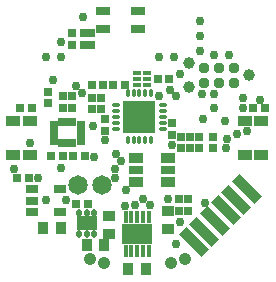
<source format=gts>
%FSTAX43Y43*%
%MOMM*%
%SFA1B1*%

%IPPOS*%
%AMD75*
4,1,4,0.637540,-1.262380,1.262380,-0.637540,-0.637540,1.262380,-1.262380,0.637540,0.637540,-1.262380,0.0*
%
%ADD41C,0.999998*%
%ADD63R,0.749999X0.649999*%
%ADD64R,0.649999X0.749999*%
%ADD65O,0.349999X0.799998*%
%ADD66O,0.799998X0.349999*%
%ADD67R,2.749995X2.749995*%
%ADD68R,1.049998X0.799998*%
%ADD69R,1.749997X1.149998*%
%ADD70O,0.449999X0.649999*%
%ADD71R,2.529995X1.799996*%
%ADD72R,0.449999X0.999998*%
%ADD73R,0.499999X0.749999*%
%ADD74R,0.749999X0.499999*%
G04~CAMADD=75~9~0.0~0.0~349.2~1059.1~0.0~0.0~0~0.0~0.0~0.0~0.0~0~0.0~0.0~0.0~0.0~0~0.0~0.0~0.0~225.0~994.0~993.0*
%ADD75D75*%
%ADD76C,1.649997*%
%ADD77C,0.949998*%
%ADD78R,1.149998X0.949998*%
%ADD79R,1.199998X0.949998*%
%ADD80R,1.199998X0.749999*%
%ADD81R,0.849998X1.049998*%
%ADD82R,1.049998X0.849998*%
%ADD83R,0.699999X0.399999*%
%ADD84R,1.149998X0.749999*%
%ADD85C,1.049998*%
%ADD86C,0.749999*%
%LNzooidpcb-1*%
%LPD*%
G54D41*
X0009469Y0005279D03*
X0004389Y0004263D03*
Y0006295D03*
G54D63*
X-0005499Y0008824D03*
X-0004499D03*
X-0005499Y0007849D03*
X-0004499D03*
X-0003874Y0004499D03*
X-0002874D03*
X-0009199Y-0003449D03*
X-0010199D03*
X-0005179Y-0005609D03*
X-0004179D03*
X-0008899Y0002479D03*
X-0009899D03*
X0009789Y0002489D03*
X0010789D03*
X0002719Y0004999D03*
X0001719D03*
X-0001049Y0004499D03*
X-0002049D03*
X-0005439Y-0001509D03*
X-0004439D03*
X-0006334D03*
X-0007334D03*
G54D64*
X-0003949Y0008849D03*
Y0007849D03*
X-0006279Y0002539D03*
Y0003539D03*
X-0005529D03*
Y0002539D03*
X-0007599Y0002899D03*
Y0003899D03*
X0003519Y-0005179D03*
Y-0006179D03*
X0006419Y-0000909D03*
Y0000089D03*
X0003724D03*
Y-0000909D03*
X0004488Y0000089D03*
Y-0000909D03*
X0005259Y0000089D03*
Y-0000909D03*
X0004269Y-0006179D03*
Y-0005179D03*
X-0002769Y0000549D03*
Y0001549D03*
X-0003809Y0003399D03*
Y0002399D03*
X-0003059Y0003399D03*
Y0002399D03*
X0002949Y0001219D03*
Y0000219D03*
G54D65*
X-0000824Y-0000199D03*
X-0000324D03*
X0000174D03*
X0000674D03*
X0001174D03*
Y0003749D03*
X0000674D03*
X0000174D03*
X-0000324D03*
X-0000824D03*
G54D66*
X0002149Y0000774D03*
Y0001274D03*
Y0001774D03*
Y0002274D03*
Y0002774D03*
X-0001799D03*
Y0002274D03*
Y0001774D03*
Y0001274D03*
Y0000774D03*
G54D67*
X0000174Y0001774D03*
G54D68*
X-0006519Y-0004379D03*
Y-0006279D03*
X-0008919D03*
Y-0005329D03*
Y-0004379D03*
G54D69*
X-0004299Y-0007264D03*
G54D70*
X-0003649Y-0008164D03*
X-0004299D03*
X-0004949D03*
Y-0006364D03*
X-0004299D03*
X-0003649D03*
G54D71*
X0Y-0008149D03*
G54D72*
X0000999Y-0009624D03*
X0000499D03*
X0D03*
X-0000499D03*
X-0000999D03*
Y-0006674D03*
X-0000499D03*
X0D03*
X0000499D03*
X0000999D03*
G54D73*
X-0006444Y-0000474D03*
X-0005944D03*
X-0005444D03*
Y0001324D03*
X-0005944D03*
X-0006444D03*
G54D74*
X-0004794Y-0000324D03*
Y0000174D03*
Y0000674D03*
Y0001174D03*
X-0007094D03*
Y0000674D03*
Y0000174D03*
Y-0000324D03*
G54D75*
X0009274Y-0004364D03*
X0008376Y-0005262D03*
X0007478Y-000616D03*
X000658Y-0007058D03*
X0004784Y-0008854D03*
X0005682Y-0007956D03*
G54D76*
X-0002999Y-0003999D03*
X-0004999D03*
G54D77*
X0006929Y0004644D03*
X0005659Y0005914D03*
X0008199Y0004644D03*
Y0005914D03*
X0005659Y0004644D03*
X0006929Y0005914D03*
G54D78*
X-0009099Y0001449D03*
Y-0001449D03*
X-0010499D03*
Y0001449D03*
X0010499D03*
Y-0001449D03*
X0009099D03*
Y0001449D03*
G54D79*
X-0000084Y-0001679D03*
Y-0003779D03*
X0002564Y-0001679D03*
Y-0003779D03*
G54D80*
X-0000084Y-0002729D03*
X0002564D03*
G54D81*
X-0000774Y-0011124D03*
X0000724D03*
X-0007994Y-0007609D03*
X-0006494D03*
X-0002799Y-0009124D03*
X-0004299D03*
G54D82*
X0002569Y-0007699D03*
Y-0006199D03*
X-0002439Y-0008129D03*
Y-0006629D03*
G54D83*
X0000849Y0004499D03*
Y0004999D03*
Y0005499D03*
X0D03*
Y0004999D03*
Y0004499D03*
G54D84*
X0000074Y0010699D03*
Y0009199D03*
X-0002924D03*
Y0010699D03*
G54D85*
X-0002811Y-0010638D03*
X-0004037Y-001031D03*
X0002811Y-0010638D03*
X0004037Y-001031D03*
G54D86*
X-0000549Y-0008149D03*
X0000549D03*
X0005324Y0009849D03*
Y0008599D03*
Y0007349D03*
X0007749Y0006974D03*
X0006474D03*
X-0009099Y-0000424D03*
X-0007124Y0004899D03*
X-0005199Y0004374D03*
X-0008399Y-0003399D03*
X-0010424Y-0002649D03*
X0005719Y-0005499D03*
X0009079Y-0001399D03*
X0005559Y0001579D03*
X0000979Y0001059D03*
X0008939Y0003369D03*
X0006499Y0003719D03*
X0008849Y0001489D03*
X0009269Y0000549D03*
X0000724Y-0011124D03*
X-0008919Y-0006279D03*
X0009274Y-0004364D03*
X0007399Y0001379D03*
X0007546Y-0000874D03*
X0007599Y-0000109D03*
X0003269Y-0009029D03*
X-0000769Y-0011069D03*
X0004784Y-0008854D03*
X-0005519Y0003539D03*
X-0004679Y0003789D03*
X0001819Y0003489D03*
X-0003809Y0003399D03*
X0005469Y0003729D03*
X0003309Y0003519D03*
X0002949Y-0000659D03*
X0003629Y0005429D03*
X0008939Y0002509D03*
X0010349Y0003199D03*
X-0004299Y-0009124D03*
X-0003899Y-0007259D03*
X-0004699D03*
X0008399Y0000299D03*
X-0006019Y-0005269D03*
X-0006449Y-0002549D03*
X-0007719Y-0005299D03*
X-0001359Y-0001979D03*
X-0002439Y-0006629D03*
X0002579Y-0006199D03*
X-0009099Y0001449D03*
X-0001869Y-0002609D03*
Y-0003429D03*
X-0000969Y-0004439D03*
X-0000229Y-0005689D03*
X0000459Y-0005229D03*
X0001089Y-0005699D03*
X0002589Y-0005159D03*
X-0001009Y-0005789D03*
X0006459Y0002539D03*
X-0003739Y0001029D03*
X-0003669Y-0001619D03*
X-0001839Y-0001339D03*
X-0002756Y-0000199D03*
X0002779Y000405D03*
X0003074Y0006849D03*
X0001824D03*
X-0006449D03*
X-0007699D03*
X-0006449Y0008099D03*
X-0000574Y0002599D03*
X-0004624Y0010199D03*
X0003624Y-0007149D03*
M02*
</source>
